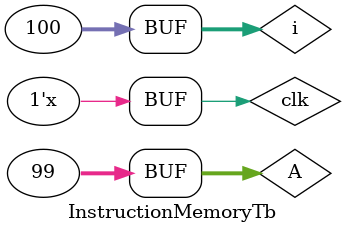
<source format=v>
`timescale 10ns / 1ps
/*	Objetivo:
	Desmostrar la correcta lectura de datos en los distintos registros
	del conjunto del número de instrucciones. Ademas para comprobar la correcta fucionalidad del reset.

//Procedimiento
//Debido al funcionamiento en la memoria de isntruciones
//debido a que esta avanza cada +4, entonces se tiene que esperar que
//A recorra 4 ciclos o avance 4 numeros para obtener la siguiente instruccion.
//Se deberia apreciar como Rd posee diferentes valores cada 4 ciclos de A.
*/
module InstructionMemoryTb;

	// Inputs
	reg clk;
	reg [31:0] A;


	// Outputs
	wire [31:0] RD;

	// Instantiate the Device Under Test (UUT)
	InstructionMemory DUT (
		.clk(clk), 
		.A(A), 
		.RD(RD)
	);
	integer i;
	initial 
	begin
		// Initialize Inputs
		#15;
		clk = 1;
		A = 0;
		//A = 48;
		
		for(i=1;i<100;i=i+1)
		begin
			A=A+1;
			#2;
		end
		#1;
	end
	always
      #5 clk =! clk;
endmodule


</source>
